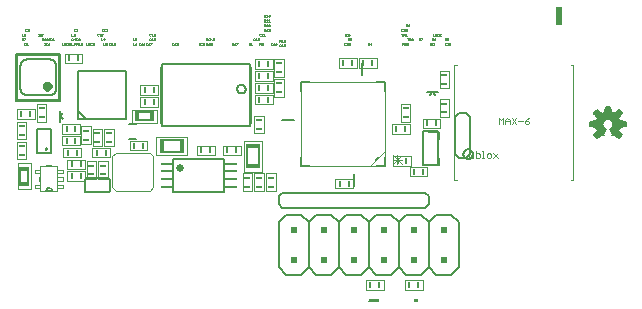
<source format=gto>
G75*
%MOIN*%
%OFA0B0*%
%FSLAX24Y24*%
%IPPOS*%
%LPD*%
%AMOC8*
5,1,8,0,0,1.08239X$1,22.5*
%
%ADD10C,0.0050*%
%ADD11C,0.0010*%
%ADD12C,0.0240*%
%ADD13C,0.0039*%
%ADD14C,0.0020*%
%ADD15C,0.0080*%
%ADD16C,0.0256*%
%ADD17R,0.0394X0.0098*%
%ADD18C,0.0059*%
%ADD19C,0.0060*%
%ADD20C,0.0030*%
%ADD21C,0.0000*%
%ADD22R,0.0197X0.0098*%
%ADD23R,0.0039X0.0197*%
%ADD24R,0.0118X0.0492*%
%ADD25R,0.0551X0.0079*%
%ADD26R,0.0098X0.0197*%
%ADD27R,0.0197X0.0039*%
%ADD28R,0.0492X0.0118*%
%ADD29R,0.0079X0.0551*%
%ADD30R,0.0118X0.0335*%
%ADD31R,0.0394X0.0059*%
%ADD32R,0.0335X0.0118*%
%ADD33R,0.0059X0.0394*%
%ADD34C,0.0079*%
%ADD35R,0.0200X0.0200*%
%ADD36R,0.0236X0.0591*%
D10*
X007356Y005261D02*
X007849Y005261D01*
X007849Y006048D01*
X007356Y006048D01*
X007356Y005261D01*
X008744Y006402D02*
X010319Y006402D01*
X010083Y006402D01*
X010319Y006402D02*
X010319Y006639D01*
X010319Y006402D02*
X010319Y007977D01*
X010319Y007741D01*
X010319Y007977D02*
X010083Y007977D01*
X010319Y007977D02*
X008744Y007977D01*
X008980Y007977D01*
X008744Y007977D02*
X008744Y007741D01*
X008744Y007977D02*
X008744Y006402D01*
X009000Y006402D02*
X008744Y006658D01*
X008144Y006993D02*
X008144Y008568D01*
X006667Y008568D01*
X006667Y006993D01*
X008144Y006993D01*
X008114Y007032D02*
X008114Y008528D01*
X006697Y008528D01*
X006697Y007032D01*
X008114Y007032D01*
X007799Y007190D02*
X007012Y007190D01*
X006986Y007192D01*
X006961Y007197D01*
X006937Y007205D01*
X006914Y007216D01*
X006892Y007231D01*
X006873Y007248D01*
X006856Y007267D01*
X006841Y007289D01*
X006830Y007312D01*
X006822Y007336D01*
X006817Y007361D01*
X006815Y007387D01*
X006815Y008174D01*
X006817Y008200D01*
X006822Y008225D01*
X006830Y008249D01*
X006841Y008273D01*
X006856Y008294D01*
X006873Y008313D01*
X006892Y008330D01*
X006914Y008345D01*
X006937Y008356D01*
X006961Y008364D01*
X006986Y008369D01*
X007012Y008371D01*
X007799Y008371D01*
X007825Y008369D01*
X007850Y008364D01*
X007874Y008356D01*
X007898Y008345D01*
X007919Y008330D01*
X007938Y008313D01*
X007955Y008294D01*
X007970Y008273D01*
X007981Y008249D01*
X007989Y008225D01*
X007994Y008200D01*
X007996Y008174D01*
X007996Y007387D01*
X007994Y007361D01*
X007989Y007336D01*
X007981Y007312D01*
X007970Y007289D01*
X007955Y007267D01*
X007938Y007248D01*
X007919Y007231D01*
X007898Y007216D01*
X007874Y007205D01*
X007850Y007197D01*
X007825Y007192D01*
X007799Y007190D01*
X011500Y006245D02*
X011500Y008135D01*
X011520Y008213D02*
X011520Y006166D01*
X014473Y006166D01*
X014473Y008213D01*
X011520Y008213D01*
X014035Y007387D02*
X014037Y007410D01*
X014043Y007433D01*
X014052Y007455D01*
X014065Y007474D01*
X014081Y007491D01*
X014099Y007506D01*
X014120Y007517D01*
X014142Y007525D01*
X014165Y007529D01*
X014189Y007529D01*
X014212Y007525D01*
X014234Y007517D01*
X014255Y007506D01*
X014273Y007491D01*
X014289Y007474D01*
X014302Y007455D01*
X014311Y007433D01*
X014317Y007410D01*
X014319Y007387D01*
X014317Y007364D01*
X014311Y007341D01*
X014302Y007319D01*
X014289Y007300D01*
X014273Y007283D01*
X014255Y007268D01*
X014234Y007257D01*
X014212Y007249D01*
X014189Y007245D01*
X014165Y007245D01*
X014142Y007249D01*
X014120Y007257D01*
X014099Y007268D01*
X014081Y007283D01*
X014065Y007300D01*
X014052Y007319D01*
X014043Y007341D01*
X014037Y007364D01*
X014035Y007387D01*
X014492Y008135D02*
X014492Y006245D01*
X015542Y003936D02*
X015417Y003811D01*
X015417Y003561D01*
X015542Y003436D01*
X020292Y003436D01*
X020417Y003561D01*
X020417Y003811D01*
X020292Y003936D01*
X015542Y003936D01*
X021303Y005208D02*
X021303Y006458D01*
X021428Y006583D01*
X021678Y006583D01*
X021803Y006458D01*
X021803Y005208D01*
X021678Y005083D01*
X021428Y005083D01*
X021303Y005208D01*
X021577Y005221D02*
X021579Y005246D01*
X021585Y005270D01*
X021594Y005293D01*
X021607Y005314D01*
X021624Y005333D01*
X021643Y005350D01*
X021664Y005363D01*
X021687Y005372D01*
X021711Y005378D01*
X021736Y005380D01*
X021761Y005378D01*
X021785Y005372D01*
X021808Y005363D01*
X021829Y005350D01*
X021848Y005333D01*
X021865Y005314D01*
X021878Y005293D01*
X021887Y005270D01*
X021893Y005246D01*
X021895Y005221D01*
X021893Y005196D01*
X021887Y005172D01*
X021878Y005149D01*
X021865Y005128D01*
X021848Y005109D01*
X021829Y005092D01*
X021808Y005079D01*
X021785Y005070D01*
X021761Y005064D01*
X021736Y005062D01*
X021711Y005064D01*
X021687Y005070D01*
X021664Y005079D01*
X021643Y005092D01*
X021624Y005109D01*
X021607Y005128D01*
X021594Y005149D01*
X021585Y005172D01*
X021579Y005196D01*
X021577Y005221D01*
D11*
X015633Y008820D02*
X015622Y008809D01*
X015599Y008809D01*
X015587Y008820D01*
X015587Y008832D01*
X015599Y008843D01*
X015622Y008843D01*
X015633Y008832D01*
X015633Y008820D01*
X015622Y008843D02*
X015633Y008855D01*
X015633Y008866D01*
X015622Y008878D01*
X015599Y008878D01*
X015587Y008866D01*
X015587Y008855D01*
X015599Y008843D01*
X015561Y008809D02*
X015515Y008809D01*
X015538Y008809D02*
X015538Y008878D01*
X015515Y008855D01*
X015488Y008866D02*
X015477Y008878D01*
X015454Y008878D01*
X015442Y008866D01*
X015442Y008820D01*
X015454Y008809D01*
X015477Y008809D01*
X015488Y008820D01*
X015346Y008848D02*
X015346Y008917D01*
X015312Y008883D01*
X015357Y008883D01*
X015285Y008848D02*
X015239Y008848D01*
X015262Y008848D02*
X015262Y008917D01*
X015239Y008894D01*
X015212Y008906D02*
X015201Y008917D01*
X015178Y008917D01*
X015167Y008906D01*
X015167Y008860D01*
X015178Y008848D01*
X015201Y008848D01*
X015212Y008860D01*
X015442Y008966D02*
X015442Y009035D01*
X015477Y009035D01*
X015488Y009024D01*
X015488Y009001D01*
X015477Y008989D01*
X015442Y008989D01*
X015465Y008989D02*
X015488Y008966D01*
X015515Y008966D02*
X015561Y008966D01*
X015538Y008966D02*
X015538Y009035D01*
X015515Y009012D01*
X015587Y009024D02*
X015599Y009035D01*
X015622Y009035D01*
X015633Y009024D01*
X015587Y008978D01*
X015599Y008966D01*
X015622Y008966D01*
X015633Y008978D01*
X015633Y009024D01*
X015587Y009024D02*
X015587Y008978D01*
X014964Y009163D02*
X014918Y009163D01*
X014941Y009163D02*
X014941Y009232D01*
X014918Y009209D01*
X014891Y009209D02*
X014845Y009163D01*
X014891Y009163D01*
X014891Y009209D02*
X014891Y009221D01*
X014880Y009232D01*
X014857Y009232D01*
X014845Y009221D01*
X014819Y009221D02*
X014807Y009232D01*
X014784Y009232D01*
X014773Y009221D01*
X014773Y009175D01*
X014784Y009163D01*
X014807Y009163D01*
X014819Y009175D01*
X014755Y009075D02*
X014767Y009063D01*
X014767Y009052D01*
X014755Y009040D01*
X014767Y009029D01*
X014767Y009017D01*
X014755Y009006D01*
X014732Y009006D01*
X014721Y009017D01*
X014694Y009006D02*
X014649Y009006D01*
X014671Y009006D02*
X014671Y009075D01*
X014649Y009052D01*
X014622Y009063D02*
X014610Y009075D01*
X014587Y009075D01*
X014576Y009063D01*
X014576Y009017D01*
X014587Y009006D01*
X014610Y009006D01*
X014622Y009017D01*
X014721Y009063D02*
X014732Y009075D01*
X014755Y009075D01*
X014755Y009040D02*
X014744Y009040D01*
X014773Y008917D02*
X014807Y008917D01*
X014819Y008906D01*
X014819Y008883D01*
X014807Y008871D01*
X014773Y008871D01*
X014773Y008848D02*
X014773Y008917D01*
X014796Y008871D02*
X014819Y008848D01*
X014845Y008848D02*
X014891Y008894D01*
X014891Y008906D01*
X014880Y008917D01*
X014857Y008917D01*
X014845Y008906D01*
X014845Y008848D02*
X014891Y008848D01*
X014537Y008848D02*
X014491Y008848D01*
X014514Y008848D02*
X014514Y008917D01*
X014491Y008894D01*
X014464Y008883D02*
X014453Y008871D01*
X014419Y008871D01*
X014441Y008871D02*
X014464Y008848D01*
X014464Y008883D02*
X014464Y008906D01*
X014453Y008917D01*
X014419Y008917D01*
X014419Y008848D01*
X014058Y008906D02*
X014012Y008860D01*
X014012Y008848D01*
X013986Y008848D02*
X013940Y008848D01*
X013963Y008848D02*
X013963Y008917D01*
X013940Y008894D01*
X013913Y008883D02*
X013902Y008871D01*
X013867Y008871D01*
X013867Y008848D02*
X013867Y008917D01*
X013902Y008917D01*
X013913Y008906D01*
X013913Y008883D01*
X013890Y008871D02*
X013913Y008848D01*
X014012Y008917D02*
X014058Y008917D01*
X014058Y008906D01*
X013265Y009017D02*
X013265Y009063D01*
X013253Y009075D01*
X013230Y009075D01*
X013219Y009063D01*
X013219Y009017D01*
X013230Y009006D01*
X013253Y009006D01*
X013265Y009017D01*
X013192Y009006D02*
X013146Y009075D01*
X013120Y009063D02*
X013108Y009075D01*
X013085Y009075D01*
X013074Y009063D01*
X013074Y009017D01*
X013085Y009006D01*
X013108Y009006D01*
X013120Y009017D01*
X013146Y009006D02*
X013192Y009075D01*
X013047Y009075D02*
X013047Y009029D01*
X013024Y009006D01*
X013001Y009029D01*
X013001Y009075D01*
X013001Y008917D02*
X013036Y008917D01*
X013047Y008906D01*
X013047Y008883D01*
X013036Y008871D01*
X013001Y008871D01*
X013001Y008848D02*
X013001Y008917D01*
X013024Y008871D02*
X013047Y008848D01*
X013074Y008848D02*
X013120Y008848D01*
X013097Y008848D02*
X013097Y008917D01*
X013074Y008894D01*
X013146Y008894D02*
X013146Y008906D01*
X013158Y008917D01*
X013181Y008917D01*
X013192Y008906D01*
X013192Y008894D01*
X013181Y008883D01*
X013158Y008883D01*
X013146Y008894D01*
X013158Y008883D02*
X013146Y008871D01*
X013146Y008860D01*
X013158Y008848D01*
X013181Y008848D01*
X013192Y008860D01*
X013192Y008871D01*
X013181Y008883D01*
X012932Y008883D02*
X012932Y008860D01*
X012920Y008848D01*
X012897Y008848D01*
X012886Y008860D01*
X012886Y008883D02*
X012909Y008894D01*
X012920Y008894D01*
X012932Y008883D01*
X012932Y008917D02*
X012886Y008917D01*
X012886Y008883D01*
X012859Y008906D02*
X012848Y008917D01*
X012825Y008917D01*
X012813Y008906D01*
X012813Y008860D01*
X012825Y008848D01*
X012848Y008848D01*
X012859Y008860D01*
X012788Y008848D02*
X012765Y008848D01*
X012776Y008848D02*
X012776Y008917D01*
X012765Y008917D02*
X012788Y008917D01*
X012050Y008906D02*
X012039Y008917D01*
X012016Y008917D01*
X012004Y008906D01*
X012050Y008906D02*
X012050Y008894D01*
X012004Y008848D01*
X012050Y008848D01*
X011978Y008848D02*
X011932Y008848D01*
X011955Y008848D02*
X011955Y008917D01*
X011932Y008894D01*
X011905Y008906D02*
X011894Y008917D01*
X011871Y008917D01*
X011859Y008906D01*
X011859Y008860D01*
X011871Y008848D01*
X011894Y008848D01*
X011905Y008860D01*
X011302Y009017D02*
X011291Y009006D01*
X011268Y009006D01*
X011256Y009017D01*
X011256Y009040D02*
X011279Y009052D01*
X011291Y009052D01*
X011302Y009040D01*
X011302Y009017D01*
X011256Y009040D02*
X011256Y009075D01*
X011302Y009075D01*
X011291Y009163D02*
X011302Y009175D01*
X011302Y009186D01*
X011291Y009198D01*
X011256Y009198D01*
X011256Y009175D01*
X011268Y009163D01*
X011291Y009163D01*
X011256Y009198D02*
X011279Y009221D01*
X011302Y009232D01*
X011207Y009232D02*
X011207Y009163D01*
X011184Y009163D02*
X011230Y009163D01*
X011184Y009209D02*
X011207Y009232D01*
X011157Y009221D02*
X011146Y009232D01*
X011123Y009232D01*
X011111Y009221D01*
X011111Y009175D01*
X011123Y009163D01*
X011146Y009163D01*
X011157Y009175D01*
X011146Y009075D02*
X011123Y009075D01*
X011111Y009063D01*
X011111Y009017D01*
X011123Y009006D01*
X011146Y009006D01*
X011157Y009017D01*
X011184Y009006D02*
X011230Y009006D01*
X011207Y009006D02*
X011207Y009075D01*
X011184Y009052D01*
X011157Y009063D02*
X011146Y009075D01*
X011138Y008917D02*
X011184Y008917D01*
X011184Y008906D01*
X011138Y008860D01*
X011138Y008848D01*
X011112Y008848D02*
X011066Y008848D01*
X011089Y008848D02*
X011089Y008917D01*
X011066Y008894D01*
X011039Y008906D02*
X011028Y008917D01*
X011005Y008917D01*
X010993Y008906D01*
X010993Y008860D01*
X011005Y008848D01*
X011028Y008848D01*
X011039Y008860D01*
X010948Y008848D02*
X010902Y008848D01*
X010925Y008848D02*
X010925Y008917D01*
X010902Y008894D01*
X010875Y008848D02*
X010830Y008848D01*
X010853Y008848D02*
X010853Y008917D01*
X010830Y008894D01*
X010803Y008906D02*
X010792Y008917D01*
X010769Y008917D01*
X010757Y008906D01*
X010757Y008860D01*
X010769Y008848D01*
X010792Y008848D01*
X010803Y008860D01*
X010679Y008848D02*
X010633Y008848D01*
X010656Y008848D02*
X010656Y008917D01*
X010633Y008894D01*
X010606Y008848D02*
X010560Y008848D01*
X010560Y008917D01*
X010560Y009006D02*
X010606Y009006D01*
X010633Y009017D02*
X010644Y009006D01*
X010667Y009006D01*
X010679Y009017D01*
X010679Y009040D01*
X010667Y009052D01*
X010656Y009052D01*
X010633Y009040D01*
X010633Y009075D01*
X010679Y009075D01*
X010560Y009075D02*
X010560Y009006D01*
X009964Y008906D02*
X009918Y008860D01*
X009929Y008848D01*
X009952Y008848D01*
X009964Y008860D01*
X009964Y008906D01*
X009952Y008917D01*
X009929Y008917D01*
X009918Y008906D01*
X009918Y008860D01*
X009891Y008848D02*
X009845Y008848D01*
X009868Y008848D02*
X009868Y008917D01*
X009845Y008894D01*
X009819Y008906D02*
X009807Y008917D01*
X009784Y008917D01*
X009773Y008906D01*
X009773Y008860D01*
X009784Y008848D01*
X009807Y008848D01*
X009819Y008860D01*
X009694Y008860D02*
X009683Y008848D01*
X009660Y008848D01*
X009649Y008860D01*
X009649Y008871D01*
X009660Y008883D01*
X009683Y008883D01*
X009694Y008871D01*
X009694Y008860D01*
X009683Y008883D02*
X009694Y008894D01*
X009694Y008906D01*
X009683Y008917D01*
X009660Y008917D01*
X009649Y008906D01*
X009649Y008894D01*
X009660Y008883D01*
X009622Y008848D02*
X009576Y008848D01*
X009576Y008917D01*
X009604Y009006D02*
X009604Y009075D01*
X009570Y009040D01*
X009616Y009040D01*
X009543Y009006D02*
X009497Y009006D01*
X009497Y009075D01*
X009498Y009163D02*
X009452Y009163D01*
X009498Y009209D01*
X009498Y009221D01*
X009486Y009232D01*
X009463Y009232D01*
X009452Y009221D01*
X009425Y009221D02*
X009414Y009232D01*
X009391Y009232D01*
X009379Y009221D01*
X009379Y009175D01*
X009391Y009163D01*
X009414Y009163D01*
X009425Y009175D01*
X009524Y009175D02*
X009570Y009221D01*
X009570Y009232D01*
X009524Y009232D01*
X009524Y009175D02*
X009524Y009163D01*
X009537Y009321D02*
X009560Y009321D01*
X009548Y009321D02*
X009548Y009390D01*
X009537Y009390D02*
X009560Y009390D01*
X009585Y009378D02*
X009585Y009332D01*
X009596Y009321D01*
X009619Y009321D01*
X009631Y009332D01*
X009657Y009321D02*
X009703Y009367D01*
X009703Y009378D01*
X009692Y009390D01*
X009669Y009390D01*
X009657Y009378D01*
X009631Y009378D02*
X009619Y009390D01*
X009596Y009390D01*
X009585Y009378D01*
X009657Y009321D02*
X009703Y009321D01*
X008789Y009063D02*
X008789Y009017D01*
X008777Y009006D01*
X008754Y009006D01*
X008743Y009017D01*
X008754Y009040D02*
X008789Y009040D01*
X008789Y009063D02*
X008777Y009075D01*
X008754Y009075D01*
X008743Y009063D01*
X008743Y009052D01*
X008754Y009040D01*
X008716Y009017D02*
X008705Y009006D01*
X008682Y009006D01*
X008670Y009017D01*
X008670Y009063D01*
X008682Y009075D01*
X008705Y009075D01*
X008716Y009063D01*
X008631Y009040D02*
X008586Y009040D01*
X008620Y009075D01*
X008620Y009006D01*
X008559Y009017D02*
X008547Y009006D01*
X008524Y009006D01*
X008513Y009017D01*
X008513Y009063D01*
X008524Y009075D01*
X008547Y009075D01*
X008559Y009063D01*
X008559Y009163D02*
X008513Y009163D01*
X008513Y009232D01*
X008586Y009221D02*
X008597Y009232D01*
X008620Y009232D01*
X008631Y009221D01*
X008631Y009209D01*
X008620Y009198D01*
X008631Y009186D01*
X008631Y009175D01*
X008620Y009163D01*
X008597Y009163D01*
X008586Y009175D01*
X008608Y009198D02*
X008620Y009198D01*
X008626Y009321D02*
X008638Y009332D01*
X008626Y009321D02*
X008603Y009321D01*
X008592Y009332D01*
X008592Y009378D01*
X008603Y009390D01*
X008626Y009390D01*
X008638Y009378D01*
X008664Y009378D02*
X008676Y009390D01*
X008699Y009390D01*
X008710Y009378D01*
X008710Y009367D01*
X008664Y009321D01*
X008710Y009321D01*
X007909Y009075D02*
X007909Y009006D01*
X007886Y009006D02*
X007932Y009006D01*
X007886Y009052D02*
X007909Y009075D01*
X007859Y009063D02*
X007848Y009075D01*
X007825Y009075D01*
X007813Y009063D01*
X007813Y009017D01*
X007825Y009006D01*
X007848Y009006D01*
X007859Y009017D01*
X007788Y009006D02*
X007765Y009006D01*
X007776Y009006D02*
X007776Y009075D01*
X007765Y009075D02*
X007788Y009075D01*
X007720Y009063D02*
X007720Y009052D01*
X007708Y009040D01*
X007720Y009029D01*
X007720Y009017D01*
X007708Y009006D01*
X007685Y009006D01*
X007674Y009017D01*
X007647Y009006D02*
X007601Y009006D01*
X007624Y009006D02*
X007624Y009075D01*
X007601Y009052D01*
X007575Y009063D02*
X007575Y009040D01*
X007563Y009029D01*
X007529Y009029D01*
X007552Y009029D02*
X007575Y009006D01*
X007529Y009006D02*
X007529Y009075D01*
X007563Y009075D01*
X007575Y009063D01*
X007674Y009063D02*
X007685Y009075D01*
X007708Y009075D01*
X007720Y009063D01*
X007708Y009040D02*
X007697Y009040D01*
X007690Y008917D02*
X007667Y008917D01*
X007656Y008906D01*
X007656Y008860D01*
X007667Y008848D01*
X007690Y008848D01*
X007702Y008860D01*
X007728Y008860D02*
X007740Y008848D01*
X007763Y008848D01*
X007774Y008860D01*
X007774Y008871D01*
X007763Y008883D01*
X007728Y008883D01*
X007728Y008860D01*
X007728Y008883D02*
X007751Y008906D01*
X007774Y008917D01*
X007702Y008906D02*
X007690Y008917D01*
X007630Y008917D02*
X007608Y008917D01*
X007619Y008917D02*
X007619Y008848D01*
X007608Y008848D02*
X007630Y008848D01*
X007531Y009163D02*
X007531Y009175D01*
X007577Y009221D01*
X007577Y009232D01*
X007531Y009232D01*
X007505Y009221D02*
X007493Y009232D01*
X007470Y009232D01*
X007459Y009221D01*
X007459Y009175D01*
X007470Y009163D01*
X007493Y009163D01*
X007505Y009175D01*
X007434Y009163D02*
X007411Y009163D01*
X007422Y009163D02*
X007422Y009232D01*
X007411Y009232D02*
X007434Y009232D01*
X007096Y009332D02*
X007084Y009321D01*
X007062Y009321D01*
X007050Y009332D01*
X007050Y009355D02*
X007073Y009367D01*
X007084Y009367D01*
X007096Y009355D01*
X007096Y009332D01*
X007050Y009355D02*
X007050Y009390D01*
X007096Y009390D01*
X007023Y009378D02*
X007012Y009390D01*
X006989Y009390D01*
X006978Y009378D01*
X006978Y009332D01*
X006989Y009321D01*
X007012Y009321D01*
X007023Y009332D01*
X006966Y009232D02*
X006943Y009232D01*
X006932Y009221D01*
X006966Y009232D02*
X006978Y009221D01*
X006978Y009209D01*
X006932Y009163D01*
X006978Y009163D01*
X006905Y009163D02*
X006859Y009163D01*
X006859Y009232D01*
X006871Y009075D02*
X006859Y009063D01*
X006859Y009017D01*
X006871Y009006D01*
X006894Y009006D01*
X006905Y009017D01*
X006932Y009017D02*
X006932Y009006D01*
X006932Y009017D02*
X006978Y009063D01*
X006978Y009075D01*
X006932Y009075D01*
X006905Y009063D02*
X006894Y009075D01*
X006871Y009075D01*
X006950Y008917D02*
X006938Y008906D01*
X006938Y008860D01*
X006950Y008848D01*
X006973Y008848D01*
X006984Y008860D01*
X007011Y008848D02*
X007057Y008848D01*
X007034Y008848D02*
X007034Y008917D01*
X007011Y008894D01*
X006984Y008906D02*
X006973Y008917D01*
X006950Y008917D01*
X008198Y008917D02*
X008198Y008848D01*
X008244Y008848D01*
X008271Y008848D02*
X008316Y008848D01*
X008343Y008848D02*
X008377Y008848D01*
X008389Y008860D01*
X008389Y008906D01*
X008377Y008917D01*
X008343Y008917D01*
X008343Y008848D01*
X008293Y008883D02*
X008271Y008883D01*
X008271Y008917D02*
X008271Y008848D01*
X008271Y008917D02*
X008316Y008917D01*
X008416Y008906D02*
X008427Y008917D01*
X008450Y008917D01*
X008461Y008906D01*
X008461Y008894D01*
X008450Y008883D01*
X008461Y008871D01*
X008461Y008860D01*
X008450Y008848D01*
X008427Y008848D01*
X008416Y008860D01*
X008438Y008883D02*
X008450Y008883D01*
X008513Y008917D02*
X008513Y008848D01*
X008559Y008848D01*
X008586Y008848D02*
X008586Y008860D01*
X008631Y008906D01*
X008631Y008917D01*
X008586Y008917D01*
X008670Y008917D02*
X008705Y008917D01*
X008716Y008906D01*
X008716Y008883D01*
X008705Y008871D01*
X008670Y008871D01*
X008670Y008848D02*
X008670Y008917D01*
X008693Y008871D02*
X008716Y008848D01*
X008743Y008848D02*
X008789Y008848D01*
X008766Y008848D02*
X008766Y008917D01*
X008743Y008894D01*
X008816Y008894D02*
X008827Y008883D01*
X008861Y008883D01*
X008861Y008906D02*
X008850Y008917D01*
X008827Y008917D01*
X008816Y008906D01*
X008816Y008894D01*
X008816Y008860D02*
X008827Y008848D01*
X008850Y008848D01*
X008861Y008860D01*
X008861Y008906D01*
X008985Y008917D02*
X008985Y008848D01*
X009031Y008848D01*
X009058Y008860D02*
X009069Y008848D01*
X009092Y008848D01*
X009104Y008860D01*
X009104Y008871D01*
X009092Y008883D01*
X009058Y008883D01*
X009058Y008860D01*
X009058Y008883D02*
X009081Y008906D01*
X009104Y008917D01*
X009143Y008906D02*
X009143Y008860D01*
X009154Y008848D01*
X009177Y008848D01*
X009189Y008860D01*
X009215Y008860D02*
X009227Y008848D01*
X009250Y008848D01*
X009261Y008860D01*
X009261Y008871D01*
X009250Y008883D01*
X009238Y008883D01*
X009250Y008883D02*
X009261Y008894D01*
X009261Y008906D01*
X009250Y008917D01*
X009227Y008917D01*
X009215Y008906D01*
X009189Y008906D02*
X009177Y008917D01*
X009154Y008917D01*
X009143Y008906D01*
X014930Y009321D02*
X014930Y009390D01*
X014965Y009390D01*
X014976Y009378D01*
X014976Y009355D01*
X014965Y009344D01*
X014930Y009344D01*
X014953Y009344D02*
X014976Y009321D01*
X015003Y009321D02*
X015049Y009321D01*
X015026Y009321D02*
X015026Y009390D01*
X015003Y009367D01*
X015075Y009378D02*
X015087Y009390D01*
X015110Y009390D01*
X015121Y009378D01*
X015121Y009367D01*
X015075Y009321D01*
X015121Y009321D01*
X015110Y009478D02*
X015121Y009490D01*
X015121Y009536D01*
X015110Y009547D01*
X015087Y009547D01*
X015075Y009536D01*
X015075Y009524D01*
X015087Y009513D01*
X015121Y009513D01*
X015110Y009478D02*
X015087Y009478D01*
X015075Y009490D01*
X015049Y009478D02*
X015003Y009478D01*
X015026Y009478D02*
X015026Y009547D01*
X015003Y009524D01*
X014976Y009536D02*
X014965Y009547D01*
X014942Y009547D01*
X014930Y009536D01*
X014930Y009490D01*
X014942Y009478D01*
X014965Y009478D01*
X014976Y009490D01*
X014976Y009636D02*
X014953Y009659D01*
X014965Y009659D02*
X014930Y009659D01*
X014930Y009636D02*
X014930Y009705D01*
X014965Y009705D01*
X014976Y009693D01*
X014976Y009670D01*
X014965Y009659D01*
X015003Y009682D02*
X015026Y009705D01*
X015026Y009636D01*
X015003Y009636D02*
X015049Y009636D01*
X015075Y009636D02*
X015121Y009636D01*
X015098Y009636D02*
X015098Y009705D01*
X015075Y009682D01*
X015087Y009793D02*
X015110Y009793D01*
X015121Y009805D01*
X015121Y009816D01*
X015110Y009828D01*
X015075Y009828D01*
X015075Y009805D01*
X015087Y009793D01*
X015075Y009828D02*
X015098Y009851D01*
X015121Y009862D01*
X015026Y009862D02*
X015026Y009793D01*
X015003Y009793D02*
X015049Y009793D01*
X015003Y009839D02*
X015026Y009862D01*
X014976Y009851D02*
X014976Y009828D01*
X014965Y009816D01*
X014930Y009816D01*
X014930Y009793D02*
X014930Y009862D01*
X014965Y009862D01*
X014976Y009851D01*
X014953Y009816D02*
X014976Y009793D01*
X017608Y008906D02*
X017608Y008860D01*
X017619Y008848D01*
X017642Y008848D01*
X017653Y008860D01*
X017680Y008848D02*
X017726Y008894D01*
X017726Y008906D01*
X017714Y008917D01*
X017691Y008917D01*
X017680Y008906D01*
X017653Y008906D02*
X017642Y008917D01*
X017619Y008917D01*
X017608Y008906D01*
X017680Y008848D02*
X017726Y008848D01*
X017753Y008860D02*
X017798Y008906D01*
X017798Y008860D01*
X017787Y008848D01*
X017764Y008848D01*
X017753Y008860D01*
X017753Y008906D01*
X017764Y008917D01*
X017787Y008917D01*
X017798Y008906D01*
X017810Y009006D02*
X017798Y009017D01*
X017810Y009006D02*
X017833Y009006D01*
X017844Y009017D01*
X017844Y009029D01*
X017833Y009040D01*
X017821Y009040D01*
X017833Y009040D02*
X017844Y009052D01*
X017844Y009063D01*
X017833Y009075D01*
X017810Y009075D01*
X017798Y009063D01*
X017771Y009063D02*
X017771Y009040D01*
X017760Y009029D01*
X017726Y009029D01*
X017749Y009029D02*
X017771Y009006D01*
X017726Y009006D02*
X017726Y009075D01*
X017760Y009075D01*
X017771Y009063D01*
X017781Y009155D02*
X017781Y009224D01*
X017746Y009190D01*
X017792Y009190D01*
X017720Y009213D02*
X017708Y009224D01*
X017685Y009224D01*
X017674Y009213D01*
X017674Y009167D01*
X017685Y009155D01*
X017708Y009155D01*
X017720Y009167D01*
X017648Y009155D02*
X017625Y009155D01*
X017637Y009155D02*
X017637Y009224D01*
X017648Y009224D02*
X017625Y009224D01*
X018395Y008917D02*
X018429Y008917D01*
X018441Y008906D01*
X018441Y008883D01*
X018429Y008871D01*
X018395Y008871D01*
X018395Y008848D02*
X018395Y008917D01*
X018418Y008871D02*
X018441Y008848D01*
X018467Y008883D02*
X018513Y008883D01*
X018502Y008917D02*
X018467Y008883D01*
X018502Y008917D02*
X018502Y008848D01*
X019520Y009163D02*
X019520Y009232D01*
X019497Y009232D02*
X019543Y009232D01*
X019570Y009232D02*
X019604Y009232D01*
X019616Y009221D01*
X019616Y009198D01*
X019604Y009186D01*
X019570Y009186D01*
X019570Y009163D02*
X019570Y009232D01*
X019642Y009209D02*
X019665Y009232D01*
X019665Y009163D01*
X019642Y009163D02*
X019688Y009163D01*
X019694Y009075D02*
X019740Y009075D01*
X019717Y009075D02*
X019717Y009006D01*
X019767Y009006D02*
X019767Y009075D01*
X019801Y009075D01*
X019812Y009063D01*
X019812Y009040D01*
X019801Y009029D01*
X019767Y009029D01*
X019839Y009006D02*
X019885Y009052D01*
X019885Y009063D01*
X019874Y009075D01*
X019851Y009075D01*
X019839Y009063D01*
X019839Y009006D02*
X019885Y009006D01*
X019728Y008917D02*
X019682Y008917D01*
X019682Y008883D01*
X019705Y008894D01*
X019716Y008894D01*
X019728Y008883D01*
X019728Y008860D01*
X019716Y008848D01*
X019693Y008848D01*
X019682Y008860D01*
X019655Y008848D02*
X019609Y008848D01*
X019632Y008848D02*
X019632Y008917D01*
X019609Y008894D01*
X019583Y008883D02*
X019571Y008871D01*
X019537Y008871D01*
X019560Y008871D02*
X019583Y008848D01*
X019583Y008883D02*
X019583Y008906D01*
X019571Y008917D01*
X019537Y008917D01*
X019537Y008848D01*
X020088Y009006D02*
X020088Y009075D01*
X020122Y009075D01*
X020134Y009063D01*
X020134Y009040D01*
X020122Y009029D01*
X020088Y009029D01*
X020111Y009029D02*
X020134Y009006D01*
X020160Y009006D02*
X020160Y009017D01*
X020206Y009063D01*
X020206Y009075D01*
X020160Y009075D01*
X020521Y009075D02*
X020521Y009006D01*
X020521Y009029D02*
X020555Y009029D01*
X020567Y009040D01*
X020567Y009063D01*
X020555Y009075D01*
X020521Y009075D01*
X020544Y009029D02*
X020567Y009006D01*
X020593Y009017D02*
X020605Y009006D01*
X020628Y009006D01*
X020639Y009017D01*
X020639Y009029D01*
X020628Y009040D01*
X020593Y009040D01*
X020593Y009017D01*
X020593Y009040D02*
X020616Y009063D01*
X020639Y009075D01*
X020633Y009163D02*
X020679Y009163D01*
X020705Y009163D02*
X020740Y009163D01*
X020751Y009175D01*
X020751Y009221D01*
X020740Y009232D01*
X020705Y009232D01*
X020705Y009163D01*
X020656Y009198D02*
X020633Y009198D01*
X020633Y009232D02*
X020633Y009163D01*
X020606Y009163D02*
X020560Y009163D01*
X020560Y009232D01*
X020633Y009232D02*
X020679Y009232D01*
X020778Y009221D02*
X020789Y009232D01*
X020812Y009232D01*
X020824Y009221D01*
X020824Y009209D01*
X020778Y009163D01*
X020824Y009163D01*
X020954Y009075D02*
X020954Y009006D01*
X020954Y009029D02*
X020988Y009029D01*
X021000Y009040D01*
X021000Y009063D01*
X020988Y009075D01*
X020954Y009075D01*
X020977Y009029D02*
X021000Y009006D01*
X021026Y009017D02*
X021038Y009006D01*
X021061Y009006D01*
X021072Y009017D01*
X021072Y009040D01*
X021061Y009052D01*
X021049Y009052D01*
X021026Y009040D01*
X021026Y009075D01*
X021072Y009075D01*
X021061Y008917D02*
X021038Y008917D01*
X021026Y008906D01*
X021000Y008906D02*
X020988Y008917D01*
X020965Y008917D01*
X020954Y008906D01*
X020954Y008860D01*
X020965Y008848D01*
X020988Y008848D01*
X021000Y008860D01*
X021026Y008848D02*
X021072Y008894D01*
X021072Y008906D01*
X021061Y008917D01*
X021099Y008917D02*
X021099Y008883D01*
X021122Y008894D01*
X021133Y008894D01*
X021145Y008883D01*
X021145Y008860D01*
X021133Y008848D01*
X021110Y008848D01*
X021099Y008860D01*
X021072Y008848D02*
X021026Y008848D01*
X021099Y008917D02*
X021145Y008917D01*
X020600Y008906D02*
X020588Y008917D01*
X020565Y008917D01*
X020554Y008906D01*
X020527Y008906D02*
X020527Y008860D01*
X020516Y008848D01*
X020493Y008848D01*
X020482Y008860D01*
X020482Y008906D01*
X020493Y008917D01*
X020516Y008917D01*
X020527Y008906D01*
X020504Y008871D02*
X020527Y008848D01*
X020554Y008848D02*
X020600Y008894D01*
X020600Y008906D01*
X020600Y008848D02*
X020554Y008848D01*
X019688Y009321D02*
X019642Y009321D01*
X019688Y009367D01*
X019688Y009378D01*
X019677Y009390D01*
X019654Y009390D01*
X019642Y009378D01*
X019616Y009378D02*
X019604Y009390D01*
X019581Y009390D01*
X019570Y009378D01*
X019543Y009378D02*
X019532Y009390D01*
X019509Y009390D01*
X019497Y009378D01*
X019497Y009332D01*
X019509Y009321D01*
X019532Y009321D01*
X019543Y009332D01*
X019570Y009321D02*
X019616Y009367D01*
X019616Y009378D01*
X019616Y009321D02*
X019570Y009321D01*
X019666Y009478D02*
X019689Y009478D01*
X019701Y009490D01*
X019727Y009490D02*
X019739Y009478D01*
X019762Y009478D01*
X019773Y009490D01*
X019773Y009501D01*
X019762Y009513D01*
X019727Y009513D01*
X019727Y009490D01*
X019727Y009513D02*
X019750Y009536D01*
X019773Y009547D01*
X019701Y009536D02*
X019689Y009547D01*
X019666Y009547D01*
X019655Y009536D01*
X019655Y009490D01*
X019666Y009478D01*
X019930Y000374D02*
X019965Y000374D01*
X019976Y000362D01*
X019976Y000339D01*
X019965Y000328D01*
X019930Y000328D01*
X019930Y000305D02*
X019930Y000374D01*
X019953Y000328D02*
X019976Y000305D01*
X020003Y000316D02*
X020014Y000305D01*
X020037Y000305D01*
X020049Y000316D01*
X020049Y000362D01*
X020037Y000374D01*
X020014Y000374D01*
X020003Y000362D01*
X020003Y000351D01*
X020014Y000339D01*
X020049Y000339D01*
X018749Y000328D02*
X018749Y000316D01*
X018738Y000305D01*
X018715Y000305D01*
X018704Y000316D01*
X018704Y000328D01*
X018715Y000339D01*
X018738Y000339D01*
X018749Y000328D01*
X018738Y000339D02*
X018749Y000351D01*
X018749Y000362D01*
X018738Y000374D01*
X018715Y000374D01*
X018704Y000362D01*
X018704Y000351D01*
X018715Y000339D01*
X018677Y000339D02*
X018666Y000328D01*
X018631Y000328D01*
X018631Y000305D02*
X018631Y000374D01*
X018666Y000374D01*
X018677Y000362D01*
X018677Y000339D01*
X018654Y000328D02*
X018677Y000305D01*
X018586Y000316D02*
X018574Y000305D01*
X018551Y000305D01*
X018540Y000316D01*
X018540Y000339D02*
X018563Y000351D01*
X018574Y000351D01*
X018586Y000339D01*
X018586Y000316D01*
X018540Y000339D02*
X018540Y000374D01*
X018586Y000374D01*
X018513Y000362D02*
X018502Y000374D01*
X018467Y000374D01*
X018467Y000305D01*
X018467Y000328D02*
X018502Y000328D01*
X018513Y000339D01*
X018513Y000362D01*
X018441Y000374D02*
X018418Y000374D01*
X018429Y000374D02*
X018429Y000316D01*
X018418Y000305D01*
X018406Y000305D01*
X018395Y000316D01*
D12*
X007652Y007485D02*
X007654Y007498D01*
X007659Y007510D01*
X007668Y007521D01*
X007678Y007529D01*
X007691Y007533D01*
X007704Y007534D01*
X007717Y007531D01*
X007729Y007525D01*
X007739Y007516D01*
X007746Y007505D01*
X007750Y007492D01*
X007750Y007478D01*
X007746Y007465D01*
X007739Y007454D01*
X007729Y007445D01*
X007717Y007439D01*
X007704Y007436D01*
X007691Y007437D01*
X007678Y007441D01*
X007668Y007449D01*
X007659Y007460D01*
X007654Y007472D01*
X007652Y007485D01*
X007654Y007498D01*
X007659Y007510D01*
X007668Y007521D01*
X007678Y007529D01*
X007691Y007533D01*
X007704Y007534D01*
X007717Y007531D01*
X007729Y007525D01*
X007739Y007516D01*
X007746Y007505D01*
X007750Y007492D01*
X007750Y007478D01*
X007746Y007465D01*
X007739Y007454D01*
X007729Y007445D01*
X007717Y007439D01*
X007704Y007436D01*
X007691Y007437D01*
X007678Y007441D01*
X007668Y007449D01*
X007659Y007460D01*
X007654Y007472D01*
X007652Y007485D01*
X007654Y007498D01*
X007659Y007510D01*
X007668Y007521D01*
X007678Y007529D01*
X007691Y007533D01*
X007704Y007534D01*
X007717Y007531D01*
X007729Y007525D01*
X007739Y007516D01*
X007746Y007505D01*
X007750Y007492D01*
X007750Y007478D01*
X007746Y007465D01*
X007739Y007454D01*
X007729Y007445D01*
X007717Y007439D01*
X007704Y007436D01*
X007691Y007437D01*
X007678Y007441D01*
X007668Y007449D01*
X007659Y007460D01*
X007654Y007472D01*
X007652Y007485D01*
D13*
X007150Y004040D02*
X006717Y004040D01*
X006717Y004906D01*
X007150Y004906D01*
X007150Y004040D01*
X008380Y004326D02*
X008971Y004326D01*
X008971Y004641D01*
X008380Y004641D01*
X008380Y004326D01*
X009020Y004394D02*
X009020Y004985D01*
X009335Y004985D01*
X009335Y004394D01*
X009020Y004394D01*
X009414Y004394D02*
X009414Y004985D01*
X009728Y004985D01*
X009728Y004394D01*
X009414Y004394D01*
X009866Y004113D02*
X009988Y003991D01*
X011122Y003991D01*
X011244Y004113D01*
X011244Y005148D01*
X011122Y005270D01*
X009988Y005270D01*
X009866Y005148D01*
X009866Y004113D01*
X008971Y004719D02*
X008971Y005034D01*
X008380Y005034D01*
X008380Y004719D01*
X008971Y004719D01*
X008833Y005113D02*
X008242Y005113D01*
X008242Y005428D01*
X008833Y005428D01*
X008833Y005113D01*
X009207Y005113D02*
X009797Y005113D01*
X009797Y005428D01*
X009207Y005428D01*
X009207Y005113D01*
X009217Y005477D02*
X009532Y005477D01*
X009532Y006068D01*
X009217Y006068D01*
X009217Y005477D01*
X009158Y005556D02*
X009158Y006146D01*
X008843Y006146D01*
X008843Y005556D01*
X009158Y005556D01*
X008793Y005507D02*
X008203Y005507D01*
X008203Y005822D01*
X008793Y005822D01*
X008793Y005507D01*
X008793Y005900D02*
X008203Y005900D01*
X008203Y006215D01*
X008793Y006215D01*
X008793Y005900D01*
X009610Y006068D02*
X009610Y005477D01*
X009925Y005477D01*
X009925Y006068D01*
X009610Y006068D01*
X010516Y006265D02*
X011382Y006265D01*
X011382Y006698D01*
X010516Y006698D01*
X010516Y006265D01*
X010811Y006796D02*
X011402Y006796D01*
X011402Y007111D01*
X010811Y007111D01*
X010811Y006796D01*
X010811Y007190D02*
X011402Y007190D01*
X011402Y007505D01*
X010811Y007505D01*
X010811Y007190D01*
X008882Y008253D02*
X008291Y008253D01*
X008291Y008568D01*
X008882Y008568D01*
X008882Y008253D01*
X007681Y006894D02*
X007366Y006894D01*
X007366Y006304D01*
X007681Y006304D01*
X007681Y006894D01*
X007288Y006717D02*
X006697Y006717D01*
X006697Y006402D01*
X007288Y006402D01*
X007288Y006717D01*
X007012Y006304D02*
X006697Y006304D01*
X006697Y005713D01*
X007012Y005713D01*
X007012Y006304D01*
X007012Y005635D02*
X006697Y005635D01*
X006697Y005044D01*
X007012Y005044D01*
X007012Y005635D01*
X010457Y005654D02*
X010457Y005339D01*
X011047Y005339D01*
X011047Y005654D01*
X010457Y005654D01*
X011343Y005792D02*
X011343Y005202D01*
X012366Y005202D01*
X012366Y005792D01*
X011343Y005792D01*
X012701Y005497D02*
X012701Y005182D01*
X013291Y005182D01*
X013291Y005497D01*
X012701Y005497D01*
X013567Y005497D02*
X013567Y005182D01*
X014158Y005182D01*
X014158Y005497D01*
X013567Y005497D01*
X014276Y005654D02*
X014866Y005654D01*
X014866Y004631D01*
X014276Y004631D01*
X014276Y005654D01*
X014610Y005910D02*
X014610Y006501D01*
X014925Y006501D01*
X014925Y005910D01*
X014610Y005910D01*
X014630Y006875D02*
X015221Y006875D01*
X015221Y007190D01*
X014630Y007190D01*
X014630Y006875D01*
X014630Y007269D02*
X015221Y007269D01*
X015221Y007583D01*
X014630Y007583D01*
X014630Y007269D01*
X014630Y007662D02*
X015221Y007662D01*
X015221Y007977D01*
X014630Y007977D01*
X014630Y007662D01*
X014630Y008056D02*
X015221Y008056D01*
X015221Y008371D01*
X014630Y008371D01*
X014630Y008056D01*
X015280Y007800D02*
X015280Y008391D01*
X015595Y008391D01*
X015595Y007800D01*
X015280Y007800D01*
X015280Y007721D02*
X015280Y007131D01*
X015595Y007131D01*
X015595Y007721D01*
X015280Y007721D01*
X017425Y008095D02*
X018016Y008095D01*
X018016Y008410D01*
X017425Y008410D01*
X017425Y008095D01*
X018095Y008095D02*
X018095Y008410D01*
X018685Y008410D01*
X018685Y008095D01*
X018095Y008095D01*
X019492Y006894D02*
X019492Y006304D01*
X019807Y006304D01*
X019807Y006894D01*
X019492Y006894D01*
X020221Y006402D02*
X020221Y006087D01*
X020811Y006087D01*
X020811Y006402D01*
X020221Y006402D01*
X019788Y006206D02*
X019197Y006206D01*
X019197Y005891D01*
X019788Y005891D01*
X019788Y006206D01*
X020791Y006461D02*
X021106Y006461D01*
X021106Y007052D01*
X020791Y007052D01*
X020791Y006461D01*
X020791Y007406D02*
X020791Y007997D01*
X021106Y007997D01*
X021106Y007406D01*
X020791Y007406D01*
X021264Y008174D02*
X021264Y004355D01*
X021362Y004355D01*
X020378Y004473D02*
X020378Y004788D01*
X019788Y004788D01*
X019788Y004473D01*
X020378Y004473D01*
X019827Y004828D02*
X019827Y005143D01*
X019236Y005143D01*
X019236Y004828D01*
X019827Y004828D01*
X017898Y004394D02*
X017898Y004080D01*
X017307Y004080D01*
X017307Y004394D01*
X017898Y004394D01*
X015319Y004572D02*
X015319Y003981D01*
X015004Y003981D01*
X015004Y004572D01*
X015319Y004572D01*
X014925Y004572D02*
X014925Y003981D01*
X014610Y003981D01*
X014610Y004572D01*
X014925Y004572D01*
X014532Y004572D02*
X014217Y004572D01*
X014217Y003981D01*
X014532Y003981D01*
X014532Y004572D01*
X018331Y001009D02*
X018921Y001009D01*
X018921Y000694D01*
X018331Y000694D01*
X018331Y001009D01*
X019630Y001009D02*
X019630Y000694D01*
X020221Y000694D01*
X020221Y001009D01*
X019630Y001009D01*
X025181Y004355D02*
X025240Y004355D01*
X025240Y008174D01*
X025181Y008174D01*
X021362Y008174D02*
X021264Y008174D01*
D14*
X022750Y006436D02*
X022824Y006362D01*
X022897Y006436D01*
X022897Y006216D01*
X022971Y006216D02*
X022971Y006362D01*
X023045Y006436D01*
X023118Y006362D01*
X023118Y006216D01*
X023192Y006216D02*
X023339Y006436D01*
X023413Y006326D02*
X023560Y006326D01*
X023634Y006326D02*
X023708Y006399D01*
X023781Y006436D01*
X023744Y006326D02*
X023634Y006326D01*
X023634Y006252D01*
X023671Y006216D01*
X023744Y006216D01*
X023781Y006252D01*
X023781Y006289D01*
X023744Y006326D01*
X023339Y006216D02*
X023192Y006436D01*
X023118Y006326D02*
X022971Y006326D01*
X022750Y006216D02*
X022750Y006436D01*
X022723Y005240D02*
X022576Y005093D01*
X022502Y005130D02*
X022502Y005204D01*
X022465Y005240D01*
X022392Y005240D01*
X022355Y005204D01*
X022355Y005130D01*
X022392Y005093D01*
X022465Y005093D01*
X022502Y005130D01*
X022576Y005240D02*
X022723Y005093D01*
X022281Y005093D02*
X022208Y005093D01*
X022245Y005093D02*
X022245Y005314D01*
X022208Y005314D01*
X022134Y005204D02*
X022097Y005240D01*
X021987Y005240D01*
X021987Y005314D02*
X021987Y005093D01*
X022097Y005093D01*
X022134Y005130D01*
X022134Y005204D01*
X021913Y005240D02*
X021913Y005093D01*
X021803Y005093D01*
X021766Y005130D01*
X021766Y005240D01*
D15*
X020752Y005103D02*
X020752Y004867D01*
X020437Y004867D01*
X020752Y005733D02*
X020752Y005969D01*
X020437Y005969D01*
X020469Y007174D02*
X020545Y007290D01*
X020555Y007296D02*
X020647Y007174D01*
X020736Y007296D02*
X020555Y007296D01*
X020374Y007296D01*
X013606Y005064D02*
X011914Y005064D01*
X011914Y003961D01*
X013606Y003961D01*
X013606Y005064D01*
X008248Y006395D02*
X008132Y006471D01*
X008126Y006481D02*
X008248Y006573D01*
X008126Y006662D02*
X008126Y006481D01*
X008126Y006300D01*
D16*
X012120Y004769D03*
D17*
X011697Y004896D03*
X011697Y004641D03*
X011697Y004385D03*
X011697Y004129D03*
X013823Y004129D03*
X013823Y004385D03*
X013823Y004641D03*
X013823Y004896D03*
D18*
X009788Y004355D02*
X009788Y004001D01*
X009787Y004001D02*
X009786Y003988D01*
X009781Y003975D01*
X009774Y003964D01*
X009765Y003955D01*
X009754Y003948D01*
X009741Y003943D01*
X009728Y003942D01*
X009020Y003942D01*
X009007Y003943D01*
X008994Y003948D01*
X008983Y003955D01*
X008974Y003964D01*
X008967Y003975D01*
X008962Y003988D01*
X008961Y004001D01*
X008961Y004355D01*
X008962Y004368D01*
X008967Y004381D01*
X008974Y004392D01*
X008983Y004401D01*
X008994Y004408D01*
X009007Y004413D01*
X009020Y004414D01*
X009728Y004414D01*
X009741Y004413D01*
X009754Y004408D01*
X009765Y004401D01*
X009774Y004392D01*
X009781Y004381D01*
X009786Y004368D01*
X009787Y004355D01*
X025812Y006141D02*
X026002Y006122D01*
X026023Y006058D01*
X026053Y005998D01*
X025932Y005850D01*
X026034Y005748D01*
X026183Y005869D01*
X026242Y005838D01*
X026327Y006043D01*
X026289Y006064D01*
X026257Y006094D01*
X026233Y006130D01*
X026218Y006170D01*
X026213Y006213D01*
X025812Y006213D01*
X025812Y006155D02*
X026224Y006155D01*
X026213Y006213D02*
X026219Y006257D01*
X026234Y006299D01*
X026259Y006335D01*
X026292Y006365D01*
X026331Y006385D01*
X026374Y006396D01*
X026418Y006397D01*
X026461Y006387D01*
X026500Y006367D01*
X026534Y006338D01*
X026560Y006302D01*
X026576Y006261D01*
X026582Y006217D01*
X026578Y006173D01*
X026563Y006132D01*
X026539Y006095D01*
X026507Y006065D01*
X026468Y006043D01*
X026553Y005838D01*
X026613Y005869D01*
X026761Y005748D01*
X026863Y005850D01*
X026742Y005998D01*
X026773Y006058D01*
X026793Y006122D01*
X026984Y006141D01*
X026984Y006285D01*
X026793Y006305D01*
X026773Y006369D01*
X026742Y006429D01*
X026863Y006577D01*
X026761Y006679D01*
X026613Y006558D01*
X026553Y006589D01*
X026489Y006609D01*
X026470Y006800D01*
X026326Y006800D01*
X026306Y006609D01*
X026242Y006589D01*
X026183Y006558D01*
X026034Y006679D01*
X025932Y006577D01*
X026053Y006429D01*
X026023Y006369D01*
X026002Y006305D01*
X025812Y006285D01*
X025812Y006141D01*
X025812Y006271D02*
X026224Y006271D01*
X026254Y006328D02*
X026010Y006328D01*
X026031Y006386D02*
X026332Y006386D01*
X026463Y006386D02*
X026764Y006386D01*
X026754Y006443D02*
X026041Y006443D01*
X025995Y006501D02*
X026801Y006501D01*
X026848Y006558D02*
X026614Y006558D01*
X026612Y006558D02*
X026184Y006558D01*
X026182Y006558D02*
X025948Y006558D01*
X025971Y006616D02*
X026111Y006616D01*
X026041Y006673D02*
X026029Y006673D01*
X026307Y006616D02*
X026488Y006616D01*
X026483Y006673D02*
X026313Y006673D01*
X026319Y006731D02*
X026477Y006731D01*
X026471Y006789D02*
X026325Y006789D01*
X026684Y006616D02*
X026824Y006616D01*
X026767Y006673D02*
X026755Y006673D01*
X026786Y006328D02*
X026541Y006328D01*
X026572Y006271D02*
X026984Y006271D01*
X026984Y006213D02*
X026582Y006213D01*
X026572Y006155D02*
X026984Y006155D01*
X026786Y006098D02*
X026541Y006098D01*
X026469Y006040D02*
X026764Y006040D01*
X026755Y005983D02*
X026493Y005983D01*
X026517Y005925D02*
X026802Y005925D01*
X026849Y005868D02*
X026615Y005868D01*
X026610Y005868D02*
X026541Y005868D01*
X026685Y005810D02*
X026823Y005810D01*
X026766Y005753D02*
X026756Y005753D01*
X026278Y005925D02*
X025994Y005925D01*
X025947Y005868D02*
X026181Y005868D01*
X026185Y005868D02*
X026255Y005868D01*
X026302Y005983D02*
X026041Y005983D01*
X026032Y006040D02*
X026326Y006040D01*
X026255Y006098D02*
X026010Y006098D01*
X025972Y005810D02*
X026110Y005810D01*
X026040Y005753D02*
X026030Y005753D01*
D19*
X020737Y005978D02*
X020737Y004858D01*
X020217Y004858D01*
X020217Y005978D01*
X020737Y005978D01*
X018963Y005106D02*
X018963Y004806D01*
X018663Y004806D01*
X018663Y005006D02*
X018763Y005106D01*
X017943Y004566D02*
X017943Y004166D01*
X016463Y004806D02*
X016163Y004806D01*
X016163Y005106D01*
X015923Y006346D02*
X015523Y006346D01*
X016163Y007306D02*
X016163Y007606D01*
X016463Y007606D01*
X018193Y007846D02*
X018193Y008246D01*
X018663Y007606D02*
X018963Y007606D01*
X018963Y007306D01*
X010673Y006206D02*
X010437Y006206D01*
X010437Y005733D02*
X010673Y005733D01*
X007850Y004814D02*
X007670Y004814D01*
X007480Y004454D02*
X007480Y004334D01*
X007670Y003974D02*
X007850Y003974D01*
X007810Y004085D02*
X007791Y004092D01*
X007770Y004096D01*
X007750Y004096D01*
X007729Y004092D01*
X007710Y004085D01*
X015429Y002940D02*
X015429Y001440D01*
X015679Y001190D01*
X016179Y001190D01*
X016429Y001440D01*
X016429Y002940D01*
X016179Y003190D01*
X015679Y003190D01*
X015429Y002940D01*
X016429Y002940D02*
X016679Y003190D01*
X017179Y003190D01*
X017429Y002940D01*
X017429Y001440D01*
X017179Y001190D01*
X016679Y001190D01*
X016429Y001440D01*
X017429Y001440D02*
X017679Y001190D01*
X018179Y001190D01*
X018429Y001440D01*
X018429Y002940D01*
X018179Y003190D01*
X017679Y003190D01*
X017429Y002940D01*
X018429Y002940D02*
X018679Y003190D01*
X019179Y003190D01*
X019429Y002940D01*
X019429Y001440D01*
X019179Y001190D01*
X018679Y001190D01*
X018429Y001440D01*
X019429Y001440D02*
X019679Y001190D01*
X020179Y001190D01*
X020429Y001440D01*
X020429Y002940D01*
X020179Y003190D01*
X019679Y003190D01*
X019429Y002940D01*
X020429Y002940D02*
X020679Y003190D01*
X021179Y003190D01*
X021429Y002940D01*
X021429Y001440D01*
X021179Y001190D01*
X020679Y001190D01*
X020429Y001440D01*
D20*
X019538Y004879D02*
X019225Y005192D01*
X019538Y004879D01*
X019538Y005035D02*
X019225Y005035D01*
X019538Y005035D01*
X019538Y005192D02*
X019225Y004879D01*
X019538Y005192D01*
X019381Y005192D02*
X019381Y004879D01*
X019381Y005192D01*
D21*
X018963Y005246D02*
X018963Y005376D01*
X018963Y005306D02*
X018463Y004806D01*
X018523Y004806D02*
X018393Y004806D01*
X018273Y004806D02*
X018133Y004806D01*
X018013Y004806D02*
X017873Y004806D01*
X017763Y004806D02*
X017623Y004806D01*
X017503Y004806D02*
X017363Y004806D01*
X017253Y004806D02*
X017113Y004806D01*
X016993Y004806D02*
X016853Y004806D01*
X016733Y004806D02*
X016603Y004806D01*
X016163Y004806D02*
X018963Y004806D01*
X018963Y007606D01*
X016163Y007606D01*
X016163Y004806D01*
X016163Y005246D02*
X016163Y005376D01*
X016163Y005496D02*
X016163Y005636D01*
X016163Y005756D02*
X016163Y005896D01*
X016163Y006006D02*
X016163Y006146D01*
X016163Y006266D02*
X016163Y006406D01*
X016163Y006516D02*
X016163Y006656D01*
X016163Y006776D02*
X016163Y006916D01*
X016163Y007036D02*
X016163Y007166D01*
X016603Y007606D02*
X016733Y007606D01*
X016853Y007606D02*
X016993Y007606D01*
X017113Y007606D02*
X017253Y007606D01*
X017363Y007606D02*
X017503Y007606D01*
X017623Y007606D02*
X017763Y007606D01*
X017873Y007606D02*
X018013Y007606D01*
X018133Y007606D02*
X018273Y007606D01*
X018393Y007606D02*
X018523Y007606D01*
X018963Y007166D02*
X018963Y007036D01*
X018963Y006916D02*
X018963Y006776D01*
X018963Y006656D02*
X018963Y006516D01*
X018963Y006406D02*
X018963Y006266D01*
X018963Y006146D02*
X018963Y006006D01*
X018963Y005896D02*
X018963Y005756D01*
X018963Y005636D02*
X018963Y005496D01*
X008230Y004704D02*
X008040Y004704D01*
X008040Y004594D01*
X008230Y004594D01*
X008230Y004704D01*
X008040Y004704D02*
X008040Y004814D01*
X007480Y004814D01*
X007480Y004704D01*
X007290Y004704D01*
X007290Y004594D01*
X007480Y004594D01*
X007480Y004194D01*
X007290Y004194D01*
X007290Y004084D01*
X007480Y004084D01*
X007480Y004194D01*
X007480Y004084D02*
X007480Y003974D01*
X007640Y003974D01*
X007880Y003974D01*
X008040Y003974D01*
X008040Y004084D01*
X008230Y004084D01*
X008230Y004194D01*
X008040Y004194D01*
X008040Y004334D01*
X008230Y004334D01*
X008230Y004454D01*
X008040Y004454D01*
X008040Y004594D01*
X008040Y004454D02*
X008040Y004334D01*
X008040Y004194D02*
X008040Y004084D01*
X007880Y003974D02*
X007878Y003995D01*
X007873Y004015D01*
X007864Y004034D01*
X007852Y004051D01*
X007837Y004066D01*
X007820Y004078D01*
X007801Y004087D01*
X007781Y004092D01*
X007760Y004094D01*
X007739Y004092D01*
X007719Y004087D01*
X007700Y004078D01*
X007683Y004066D01*
X007668Y004051D01*
X007656Y004034D01*
X007647Y004015D01*
X007642Y003995D01*
X007640Y003974D01*
X007480Y004594D02*
X007480Y004704D01*
D22*
X006854Y005192D03*
X006854Y005487D03*
X006854Y005861D03*
X006854Y006156D03*
X007524Y006452D03*
X007524Y006747D03*
X009000Y005999D03*
X009374Y005920D03*
X009374Y005625D03*
X009000Y005704D03*
X009768Y005625D03*
X009768Y005920D03*
X009571Y004837D03*
X009571Y004542D03*
X009177Y004542D03*
X009177Y004837D03*
X014374Y004424D03*
X014768Y004424D03*
X015162Y004424D03*
X015162Y004129D03*
X014768Y004129D03*
X014374Y004129D03*
X014768Y006058D03*
X014768Y006353D03*
X015437Y007278D03*
X015437Y007574D03*
X015437Y007948D03*
X015437Y008243D03*
X019650Y006747D03*
X019650Y006452D03*
X020949Y006609D03*
X020949Y006904D03*
X020949Y007554D03*
X020949Y007849D03*
D23*
X021028Y007702D03*
X020870Y007702D03*
X020870Y006757D03*
X021028Y006757D03*
X019728Y006599D03*
X019571Y006599D03*
X015516Y007426D03*
X015358Y007426D03*
X015358Y008095D03*
X015516Y008095D03*
X014847Y006206D03*
X014689Y006206D03*
X014689Y004276D03*
X014847Y004276D03*
X015083Y004276D03*
X015240Y004276D03*
X014453Y004276D03*
X014295Y004276D03*
X009847Y005772D03*
X009689Y005772D03*
X009453Y005772D03*
X009295Y005772D03*
X009079Y005851D03*
X008921Y005851D03*
X007603Y006599D03*
X007445Y006599D03*
X006933Y006009D03*
X006776Y006009D03*
X006776Y005339D03*
X006933Y005339D03*
X009099Y004690D03*
X009256Y004690D03*
X009492Y004690D03*
X009650Y004690D03*
D24*
X011520Y005497D03*
X012189Y005497D03*
D25*
X011854Y005704D03*
X011854Y005290D03*
D26*
X010900Y005497D03*
X010604Y005497D03*
X009650Y005270D03*
X009354Y005270D03*
X008685Y005270D03*
X008390Y005270D03*
X008351Y005664D03*
X008646Y005664D03*
X008646Y006058D03*
X008351Y006058D03*
X007140Y006560D03*
X006845Y006560D03*
X008528Y004877D03*
X008823Y004877D03*
X008823Y004483D03*
X008528Y004483D03*
X012849Y005339D03*
X013144Y005339D03*
X013715Y005339D03*
X014010Y005339D03*
X014778Y007032D03*
X015073Y007032D03*
X015073Y007426D03*
X014778Y007426D03*
X014778Y007820D03*
X015073Y007820D03*
X015073Y008213D03*
X014778Y008213D03*
X017573Y008253D03*
X017868Y008253D03*
X018242Y008253D03*
X018538Y008253D03*
X020368Y006245D03*
X020664Y006245D03*
X019640Y006048D03*
X019345Y006048D03*
X019384Y004985D03*
X019679Y004985D03*
X019935Y004631D03*
X020230Y004631D03*
X017750Y004237D03*
X017455Y004237D03*
X011254Y006954D03*
X010959Y006954D03*
X010959Y007347D03*
X011254Y007347D03*
X008734Y008410D03*
X008439Y008410D03*
X018478Y000851D03*
X018774Y000851D03*
X019778Y000851D03*
X020073Y000851D03*
D27*
X019925Y000772D03*
X019925Y000930D03*
X018626Y000930D03*
X018626Y000772D03*
X017603Y004158D03*
X017603Y004316D03*
X019532Y004906D03*
X019532Y005064D03*
X020083Y004709D03*
X020083Y004552D03*
X019492Y005969D03*
X019492Y006127D03*
X020516Y006166D03*
X020516Y006324D03*
X018390Y008174D03*
X018390Y008331D03*
X017721Y008331D03*
X017721Y008174D03*
X014925Y008135D03*
X014925Y008292D03*
X014925Y007898D03*
X014925Y007741D03*
X014925Y007505D03*
X014925Y007347D03*
X014925Y007111D03*
X014925Y006954D03*
X013862Y005418D03*
X013862Y005261D03*
X012996Y005261D03*
X012996Y005418D03*
X010752Y005418D03*
X010752Y005576D03*
X009502Y005349D03*
X009502Y005192D03*
X008675Y004956D03*
X008675Y004798D03*
X008675Y004562D03*
X008675Y004404D03*
X008538Y005192D03*
X008538Y005349D03*
X008498Y005585D03*
X008498Y005743D03*
X008498Y005979D03*
X008498Y006137D03*
X006992Y006481D03*
X006992Y006639D03*
X008587Y008331D03*
X008587Y008489D03*
X011106Y007426D03*
X011106Y007269D03*
X011106Y007032D03*
X011106Y006875D03*
D28*
X014571Y005477D03*
X014571Y004808D03*
D29*
X014364Y005143D03*
X014778Y005143D03*
D30*
X011205Y006481D03*
X010693Y006481D03*
D31*
X010949Y006343D03*
X010949Y006619D03*
D32*
X006933Y004729D03*
X006933Y004217D03*
D33*
X006795Y004473D03*
X007071Y004473D03*
D34*
X007653Y005398D02*
X007655Y005408D01*
X007660Y005417D01*
X007669Y005423D01*
X007678Y005426D01*
X007689Y005425D01*
X007698Y005420D01*
X007705Y005413D01*
X007709Y005403D01*
X007709Y005393D01*
X007705Y005383D01*
X007698Y005376D01*
X007689Y005371D01*
X007678Y005370D01*
X007669Y005373D01*
X007660Y005379D01*
X007655Y005388D01*
X007653Y005398D01*
D35*
X015929Y002690D03*
X016929Y002690D03*
X017929Y002690D03*
X018929Y002690D03*
X019929Y002690D03*
X020929Y002690D03*
X020929Y001690D03*
X019929Y001690D03*
X018929Y001690D03*
X017929Y001690D03*
X016929Y001690D03*
X015929Y001690D03*
D36*
X024780Y009822D03*
M02*

</source>
